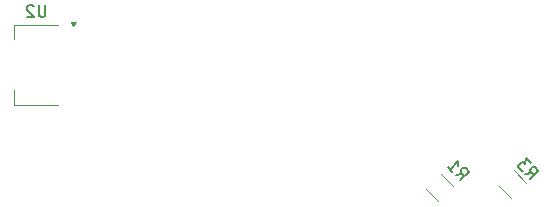
<source format=gbr>
%TF.GenerationSoftware,KiCad,Pcbnew,8.0.4*%
%TF.CreationDate,2024-07-28T00:18:49-04:00*%
%TF.ProjectId,ESP32-C3-WROOM-Node-Temperature,45535033-322d-4433-932d-57524f4f4d2d,rev?*%
%TF.SameCoordinates,Original*%
%TF.FileFunction,Legend,Bot*%
%TF.FilePolarity,Positive*%
%FSLAX46Y46*%
G04 Gerber Fmt 4.6, Leading zero omitted, Abs format (unit mm)*
G04 Created by KiCad (PCBNEW 8.0.4) date 2024-07-28 00:18:49*
%MOMM*%
%LPD*%
G01*
G04 APERTURE LIST*
%ADD10C,0.150000*%
%ADD11C,0.120000*%
G04 APERTURE END LIST*
D10*
X164396245Y-74439456D02*
X164968664Y-74338441D01*
X164800306Y-74843517D02*
X165507412Y-74136410D01*
X165507412Y-74136410D02*
X165238038Y-73867036D01*
X165238038Y-73867036D02*
X165137023Y-73833364D01*
X165137023Y-73833364D02*
X165069680Y-73833364D01*
X165069680Y-73833364D02*
X164968664Y-73867036D01*
X164968664Y-73867036D02*
X164867649Y-73968051D01*
X164867649Y-73968051D02*
X164833977Y-74069067D01*
X164833977Y-74069067D02*
X164833977Y-74136410D01*
X164833977Y-74136410D02*
X164867649Y-74237425D01*
X164867649Y-74237425D02*
X165137023Y-74506799D01*
X163722810Y-73766021D02*
X164126871Y-74170082D01*
X163924840Y-73968051D02*
X164631947Y-73260945D01*
X164631947Y-73260945D02*
X164598275Y-73429303D01*
X164598275Y-73429303D02*
X164598275Y-73563990D01*
X164598275Y-73563990D02*
X164631947Y-73665006D01*
X129661904Y-60054819D02*
X129661904Y-60864342D01*
X129661904Y-60864342D02*
X129614285Y-60959580D01*
X129614285Y-60959580D02*
X129566666Y-61007200D01*
X129566666Y-61007200D02*
X129471428Y-61054819D01*
X129471428Y-61054819D02*
X129280952Y-61054819D01*
X129280952Y-61054819D02*
X129185714Y-61007200D01*
X129185714Y-61007200D02*
X129138095Y-60959580D01*
X129138095Y-60959580D02*
X129090476Y-60864342D01*
X129090476Y-60864342D02*
X129090476Y-60054819D01*
X128661904Y-60150057D02*
X128614285Y-60102438D01*
X128614285Y-60102438D02*
X128519047Y-60054819D01*
X128519047Y-60054819D02*
X128280952Y-60054819D01*
X128280952Y-60054819D02*
X128185714Y-60102438D01*
X128185714Y-60102438D02*
X128138095Y-60150057D01*
X128138095Y-60150057D02*
X128090476Y-60245295D01*
X128090476Y-60245295D02*
X128090476Y-60340533D01*
X128090476Y-60340533D02*
X128138095Y-60483390D01*
X128138095Y-60483390D02*
X128709523Y-61054819D01*
X128709523Y-61054819D02*
X128090476Y-61054819D01*
X170283179Y-74352522D02*
X170855598Y-74251507D01*
X170687240Y-74756583D02*
X171394346Y-74049476D01*
X171394346Y-74049476D02*
X171124972Y-73780102D01*
X171124972Y-73780102D02*
X171023957Y-73746430D01*
X171023957Y-73746430D02*
X170956614Y-73746430D01*
X170956614Y-73746430D02*
X170855598Y-73780102D01*
X170855598Y-73780102D02*
X170754583Y-73881117D01*
X170754583Y-73881117D02*
X170720911Y-73982133D01*
X170720911Y-73982133D02*
X170720911Y-74049476D01*
X170720911Y-74049476D02*
X170754583Y-74150491D01*
X170754583Y-74150491D02*
X171023957Y-74419865D01*
X170754583Y-73409713D02*
X170316850Y-72971980D01*
X170316850Y-72971980D02*
X170283179Y-73477056D01*
X170283179Y-73477056D02*
X170182163Y-73376041D01*
X170182163Y-73376041D02*
X170081148Y-73342369D01*
X170081148Y-73342369D02*
X170013805Y-73342369D01*
X170013805Y-73342369D02*
X169912789Y-73376041D01*
X169912789Y-73376041D02*
X169744431Y-73544400D01*
X169744431Y-73544400D02*
X169710759Y-73645415D01*
X169710759Y-73645415D02*
X169710759Y-73712759D01*
X169710759Y-73712759D02*
X169744431Y-73813774D01*
X169744431Y-73813774D02*
X169946461Y-74015804D01*
X169946461Y-74015804D02*
X170047476Y-74049476D01*
X170047476Y-74049476D02*
X170114820Y-74049476D01*
D11*
%TO.C,R1*%
X162870645Y-76657579D02*
X161842421Y-75629355D01*
X164157579Y-75370645D02*
X163129355Y-74342421D01*
%TO.C,U2*%
X126990000Y-61690000D02*
X130750000Y-61690000D01*
X126990000Y-62950000D02*
X126990000Y-61690000D01*
X126990000Y-67250000D02*
X126990000Y-68510000D01*
X126990000Y-68510000D02*
X130750000Y-68510000D01*
X132030000Y-61790000D02*
X131790000Y-61460000D01*
X132270000Y-61460000D01*
X132030000Y-61790000D01*
G36*
X132030000Y-61790000D02*
G01*
X131790000Y-61460000D01*
X132270000Y-61460000D01*
X132030000Y-61790000D01*
G37*
%TO.C,R3*%
X168042421Y-75329355D02*
X169070645Y-76357579D01*
X169329355Y-74042421D02*
X170357579Y-75070645D01*
%TD*%
M02*

</source>
